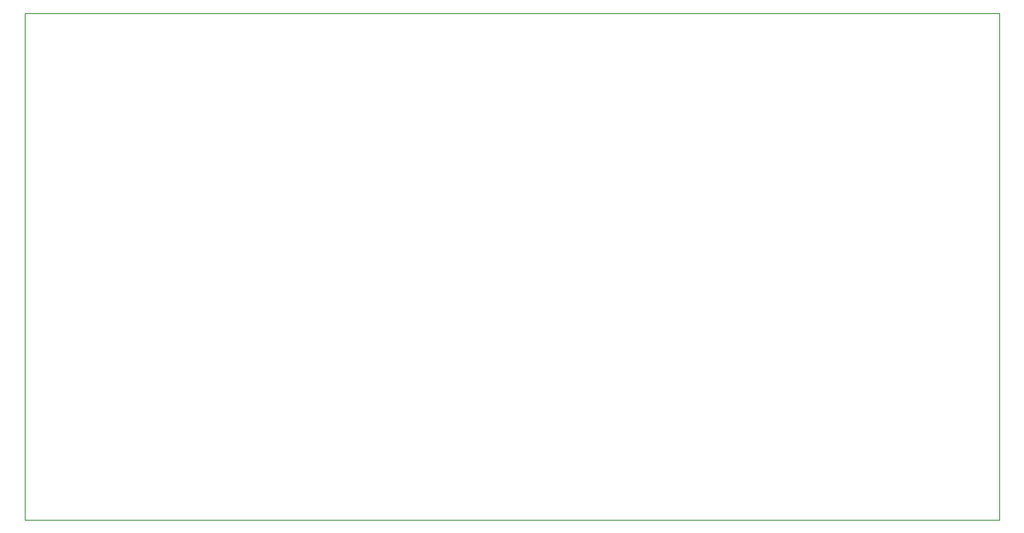
<source format=gbr>
%TF.GenerationSoftware,KiCad,Pcbnew,(6.0.4)*%
%TF.CreationDate,2022-11-18T09:58:05-05:00*%
%TF.ProjectId,NFFPCB,4e464650-4342-42e6-9b69-6361645f7063,rev?*%
%TF.SameCoordinates,Original*%
%TF.FileFunction,Profile,NP*%
%FSLAX46Y46*%
G04 Gerber Fmt 4.6, Leading zero omitted, Abs format (unit mm)*
G04 Created by KiCad (PCBNEW (6.0.4)) date 2022-11-18 09:58:05*
%MOMM*%
%LPD*%
G01*
G04 APERTURE LIST*
%TA.AperFunction,Profile*%
%ADD10C,0.100000*%
%TD*%
G04 APERTURE END LIST*
D10*
X53000000Y-39000000D02*
X153000000Y-39000000D01*
X153000000Y-39000000D02*
X153000000Y-91000000D01*
X153000000Y-91000000D02*
X53000000Y-91000000D01*
X53000000Y-91000000D02*
X53000000Y-39000000D01*
M02*

</source>
